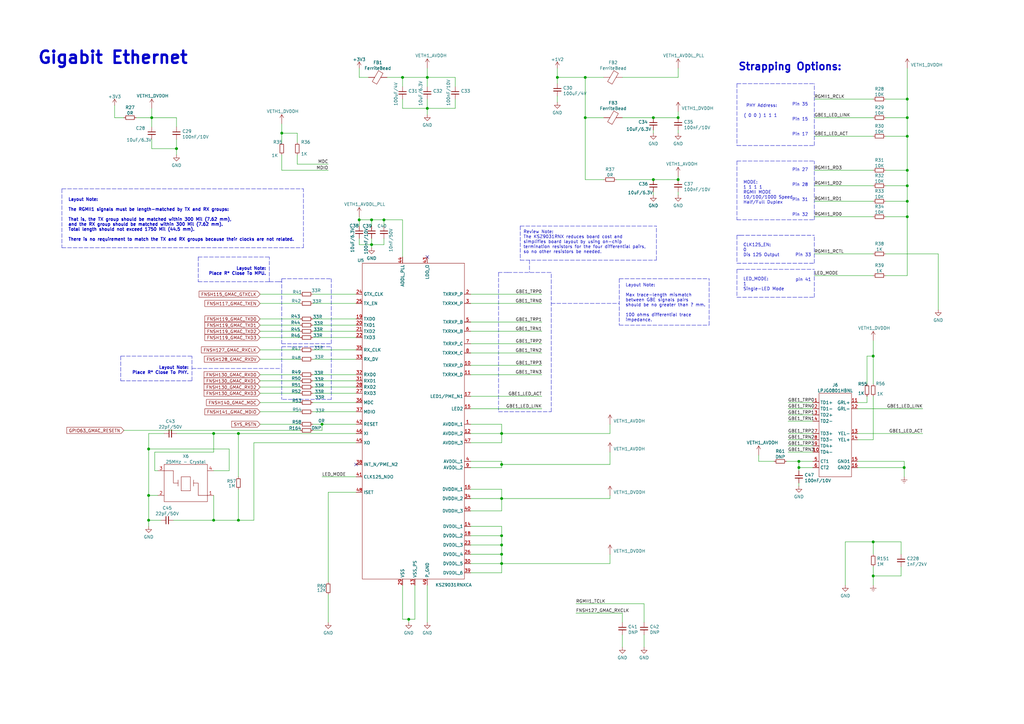
<source format=kicad_sch>
(kicad_sch (version 20210126) (generator eeschema)
  (paper "A3")
  (title_block (title "Beagle V") (date "2021-06-11") (rev "v0.7"))
  (junction (at 60.96 184.15) (diameter 1.016))
  (junction (at 60.96 203.2) (diameter 1.016))
  (junction (at 60.96 213.36) (diameter 1.016))
  (junction (at 62.23 48.26) (diameter 1.016))
  (junction (at 72.39 60.96) (diameter 1.016))
  (junction (at 87.63 177.8) (diameter 1.016))
  (junction (at 87.63 213.36) (diameter 1.016))
  (junction (at 97.79 177.8) (diameter 1.016))
  (junction (at 97.79 213.36) (diameter 1.016))
  (junction (at 115.57 54.61) (diameter 1.016))
  (junction (at 132.08 173.99) (diameter 1.016))
  (junction (at 147.32 90.17) (diameter 1.016))
  (junction (at 152.4 90.17) (diameter 1.016))
  (junction (at 152.4 100.33) (diameter 1.016))
  (junction (at 157.48 90.17) (diameter 1.016))
  (junction (at 165.1 31.75) (diameter 1.016))
  (junction (at 167.64 254) (diameter 1.016))
  (junction (at 175.26 31.75) (diameter 1.016))
  (junction (at 175.26 44.45) (diameter 1.016))
  (junction (at 205.74 177.8) (diameter 1.016))
  (junction (at 205.74 190.5) (diameter 1.016))
  (junction (at 205.74 204.47) (diameter 1.016))
  (junction (at 205.74 219.71) (diameter 1.016))
  (junction (at 205.74 223.52) (diameter 1.016))
  (junction (at 205.74 227.33) (diameter 1.016))
  (junction (at 205.74 231.14) (diameter 1.016))
  (junction (at 228.6 31.75) (diameter 1.016))
  (junction (at 240.03 31.75) (diameter 1.016))
  (junction (at 240.03 48.26) (diameter 1.016))
  (junction (at 267.97 48.26) (diameter 1.016))
  (junction (at 267.97 73.66) (diameter 1.016))
  (junction (at 278.13 48.26) (diameter 1.016))
  (junction (at 278.13 73.66) (diameter 1.016))
  (junction (at 327.66 189.23) (diameter 1.016))
  (junction (at 327.66 191.77) (diameter 1.016))
  (junction (at 358.14 146.05) (diameter 1.016))
  (junction (at 358.14 222.25) (diameter 1.016))
  (junction (at 358.14 236.22) (diameter 1.016))
  (junction (at 370.84 191.77) (diameter 1.016))
  (junction (at 372.11 40.64) (diameter 1.016))
  (junction (at 372.11 48.26) (diameter 1.016))
  (junction (at 372.11 55.88) (diameter 1.016))
  (junction (at 372.11 69.85) (diameter 1.016))
  (junction (at 372.11 76.2) (diameter 1.016))
  (junction (at 372.11 82.55) (diameter 1.016))
  (junction (at 372.11 88.9) (diameter 1.016))
  (no_connect (at 146.05 190.5))
  (no_connect (at 175.26 105.41))
  (wire (pts (xy 46.99 43.18) (xy 46.99 48.26)))
  (wire (pts (xy 50.8 48.26) (xy 46.99 48.26)))
  (wire (pts (xy 50.8 176.53) (xy 123.19 176.53)))
  (wire (pts (xy 55.88 48.26) (xy 62.23 48.26)))
  (wire (pts (xy 60.96 177.8) (xy 67.31 177.8)))
  (wire (pts (xy 60.96 184.15) (xy 60.96 177.8)))
  (wire (pts (xy 60.96 184.15) (xy 60.96 203.2)))
  (wire (pts (xy 60.96 203.2) (xy 60.96 213.36)))
  (wire (pts (xy 60.96 203.2) (xy 64.77 203.2)))
  (wire (pts (xy 60.96 213.36) (xy 60.96 215.9)))
  (wire (pts (xy 60.96 213.36) (xy 66.04 213.36)))
  (wire (pts (xy 62.23 44.45) (xy 62.23 48.26)))
  (wire (pts (xy 62.23 48.26) (xy 62.23 52.07)))
  (wire (pts (xy 62.23 48.26) (xy 72.39 48.26)))
  (wire (pts (xy 62.23 57.15) (xy 62.23 60.96)))
  (wire (pts (xy 62.23 60.96) (xy 72.39 60.96)))
  (wire (pts (xy 63.5 185.42) (xy 87.63 185.42)))
  (wire (pts (xy 63.5 193.04) (xy 63.5 185.42)))
  (wire (pts (xy 64.77 193.04) (xy 63.5 193.04)))
  (wire (pts (xy 71.12 213.36) (xy 87.63 213.36)))
  (wire (pts (xy 72.39 48.26) (xy 72.39 52.07)))
  (wire (pts (xy 72.39 57.15) (xy 72.39 60.96)))
  (wire (pts (xy 72.39 60.96) (xy 72.39 63.5)))
  (wire (pts (xy 72.39 177.8) (xy 87.63 177.8)))
  (wire (pts (xy 87.63 177.8) (xy 97.79 177.8)))
  (wire (pts (xy 87.63 185.42) (xy 87.63 177.8)))
  (wire (pts (xy 87.63 193.04) (xy 93.98 193.04)))
  (wire (pts (xy 87.63 203.2) (xy 87.63 213.36)))
  (wire (pts (xy 87.63 213.36) (xy 97.79 213.36)))
  (wire (pts (xy 93.98 184.15) (xy 60.96 184.15)))
  (wire (pts (xy 93.98 193.04) (xy 93.98 184.15)))
  (wire (pts (xy 97.79 177.8) (xy 146.05 177.8)))
  (wire (pts (xy 97.79 195.58) (xy 97.79 177.8)))
  (wire (pts (xy 97.79 213.36) (xy 97.79 200.66)))
  (wire (pts (xy 97.79 213.36) (xy 104.14 213.36)))
  (wire (pts (xy 104.14 181.61) (xy 146.05 181.61)))
  (wire (pts (xy 104.14 213.36) (xy 104.14 181.61)))
  (wire (pts (xy 106.68 120.65) (xy 123.19 120.65)))
  (wire (pts (xy 106.68 124.46) (xy 123.19 124.46)))
  (wire (pts (xy 106.68 130.81) (xy 123.19 130.81)))
  (wire (pts (xy 106.68 133.35) (xy 123.19 133.35)))
  (wire (pts (xy 106.68 135.89) (xy 123.19 135.89)))
  (wire (pts (xy 106.68 138.43) (xy 123.19 138.43)))
  (wire (pts (xy 106.68 143.51) (xy 123.19 143.51)))
  (wire (pts (xy 106.68 147.32) (xy 123.19 147.32)))
  (wire (pts (xy 106.68 153.67) (xy 123.19 153.67)))
  (wire (pts (xy 106.68 156.21) (xy 123.19 156.21)))
  (wire (pts (xy 106.68 158.75) (xy 123.19 158.75)))
  (wire (pts (xy 106.68 161.29) (xy 123.19 161.29)))
  (wire (pts (xy 106.68 165.1) (xy 123.19 165.1)))
  (wire (pts (xy 106.68 168.91) (xy 123.19 168.91)))
  (wire (pts (xy 106.68 173.99) (xy 123.19 173.99)))
  (wire (pts (xy 115.57 50.8) (xy 115.57 54.61)))
  (wire (pts (xy 115.57 54.61) (xy 115.57 58.42)))
  (wire (pts (xy 115.57 63.5) (xy 115.57 69.85)))
  (wire (pts (xy 115.57 69.85) (xy 134.62 69.85)))
  (wire (pts (xy 121.92 54.61) (xy 115.57 54.61)))
  (wire (pts (xy 121.92 58.42) (xy 121.92 54.61)))
  (wire (pts (xy 121.92 63.5) (xy 121.92 67.31)))
  (wire (pts (xy 121.92 67.31) (xy 134.62 67.31)))
  (wire (pts (xy 128.27 120.65) (xy 146.05 120.65)))
  (wire (pts (xy 128.27 124.46) (xy 146.05 124.46)))
  (wire (pts (xy 128.27 130.81) (xy 146.05 130.81)))
  (wire (pts (xy 128.27 133.35) (xy 146.05 133.35)))
  (wire (pts (xy 128.27 135.89) (xy 146.05 135.89)))
  (wire (pts (xy 128.27 138.43) (xy 146.05 138.43)))
  (wire (pts (xy 128.27 143.51) (xy 146.05 143.51)))
  (wire (pts (xy 128.27 147.32) (xy 146.05 147.32)))
  (wire (pts (xy 128.27 153.67) (xy 146.05 153.67)))
  (wire (pts (xy 128.27 156.21) (xy 146.05 156.21)))
  (wire (pts (xy 128.27 158.75) (xy 146.05 158.75)))
  (wire (pts (xy 128.27 161.29) (xy 146.05 161.29)))
  (wire (pts (xy 128.27 165.1) (xy 146.05 165.1)))
  (wire (pts (xy 128.27 168.91) (xy 146.05 168.91)))
  (wire (pts (xy 128.27 173.99) (xy 132.08 173.99)))
  (wire (pts (xy 128.27 176.53) (xy 132.08 176.53)))
  (wire (pts (xy 132.08 173.99) (xy 132.08 176.53)))
  (wire (pts (xy 132.08 173.99) (xy 146.05 173.99)))
  (wire (pts (xy 132.08 195.58) (xy 146.05 195.58)))
  (wire (pts (xy 134.62 201.93) (xy 134.62 238.76)))
  (wire (pts (xy 134.62 243.84) (xy 134.62 255.27)))
  (wire (pts (xy 146.05 201.93) (xy 134.62 201.93)))
  (wire (pts (xy 147.32 27.94) (xy 147.32 31.75)))
  (wire (pts (xy 147.32 88.9) (xy 147.32 90.17)))
  (wire (pts (xy 147.32 90.17) (xy 147.32 92.71)))
  (wire (pts (xy 147.32 97.79) (xy 147.32 100.33)))
  (wire (pts (xy 147.32 100.33) (xy 152.4 100.33)))
  (wire (pts (xy 151.13 31.75) (xy 147.32 31.75)))
  (wire (pts (xy 152.4 90.17) (xy 147.32 90.17)))
  (wire (pts (xy 152.4 90.17) (xy 152.4 92.71)))
  (wire (pts (xy 152.4 97.79) (xy 152.4 100.33)))
  (wire (pts (xy 152.4 100.33) (xy 152.4 101.6)))
  (wire (pts (xy 152.4 100.33) (xy 157.48 100.33)))
  (wire (pts (xy 157.48 90.17) (xy 152.4 90.17)))
  (wire (pts (xy 157.48 90.17) (xy 157.48 92.71)))
  (wire (pts (xy 157.48 100.33) (xy 157.48 97.79)))
  (wire (pts (xy 158.75 31.75) (xy 165.1 31.75)))
  (wire (pts (xy 165.1 31.75) (xy 165.1 35.56)))
  (wire (pts (xy 165.1 31.75) (xy 175.26 31.75)))
  (wire (pts (xy 165.1 40.64) (xy 165.1 44.45)))
  (wire (pts (xy 165.1 44.45) (xy 175.26 44.45)))
  (wire (pts (xy 165.1 90.17) (xy 157.48 90.17)))
  (wire (pts (xy 165.1 105.41) (xy 165.1 90.17)))
  (wire (pts (xy 165.1 240.03) (xy 165.1 254)))
  (wire (pts (xy 165.1 254) (xy 167.64 254)))
  (wire (pts (xy 167.64 254) (xy 167.64 255.27)))
  (wire (pts (xy 167.64 254) (xy 170.18 254)))
  (wire (pts (xy 170.18 254) (xy 170.18 240.03)))
  (wire (pts (xy 175.26 27.94) (xy 175.26 31.75)))
  (wire (pts (xy 175.26 31.75) (xy 175.26 35.56)))
  (wire (pts (xy 175.26 31.75) (xy 186.69 31.75)))
  (wire (pts (xy 175.26 40.64) (xy 175.26 44.45)))
  (wire (pts (xy 175.26 44.45) (xy 175.26 46.99)))
  (wire (pts (xy 175.26 44.45) (xy 186.69 44.45)))
  (wire (pts (xy 175.26 240.03) (xy 175.26 255.27)))
  (wire (pts (xy 186.69 31.75) (xy 186.69 35.56)))
  (wire (pts (xy 186.69 44.45) (xy 186.69 40.64)))
  (wire (pts (xy 193.04 120.65) (xy 222.25 120.65)))
  (wire (pts (xy 193.04 124.46) (xy 222.25 124.46)))
  (wire (pts (xy 193.04 132.08) (xy 222.25 132.08)))
  (wire (pts (xy 193.04 135.89) (xy 222.25 135.89)))
  (wire (pts (xy 193.04 140.97) (xy 222.25 140.97)))
  (wire (pts (xy 193.04 144.78) (xy 222.25 144.78)))
  (wire (pts (xy 193.04 149.86) (xy 222.25 149.86)))
  (wire (pts (xy 193.04 153.67) (xy 222.25 153.67)))
  (wire (pts (xy 193.04 162.56) (xy 222.25 162.56)))
  (wire (pts (xy 193.04 167.64) (xy 222.25 167.64)))
  (wire (pts (xy 193.04 173.99) (xy 205.74 173.99)))
  (wire (pts (xy 193.04 177.8) (xy 205.74 177.8)))
  (wire (pts (xy 193.04 181.61) (xy 205.74 181.61)))
  (wire (pts (xy 193.04 189.23) (xy 205.74 189.23)))
  (wire (pts (xy 193.04 200.66) (xy 205.74 200.66)))
  (wire (pts (xy 193.04 204.47) (xy 205.74 204.47)))
  (wire (pts (xy 193.04 215.9) (xy 205.74 215.9)))
  (wire (pts (xy 193.04 219.71) (xy 205.74 219.71)))
  (wire (pts (xy 193.04 223.52) (xy 205.74 223.52)))
  (wire (pts (xy 193.04 227.33) (xy 205.74 227.33)))
  (wire (pts (xy 193.04 231.14) (xy 205.74 231.14)))
  (wire (pts (xy 193.04 234.95) (xy 205.74 234.95)))
  (wire (pts (xy 205.74 173.99) (xy 205.74 177.8)))
  (wire (pts (xy 205.74 177.8) (xy 205.74 181.61)))
  (wire (pts (xy 205.74 189.23) (xy 205.74 190.5)))
  (wire (pts (xy 205.74 190.5) (xy 205.74 191.77)))
  (wire (pts (xy 205.74 191.77) (xy 193.04 191.77)))
  (wire (pts (xy 205.74 200.66) (xy 205.74 204.47)))
  (wire (pts (xy 205.74 204.47) (xy 205.74 209.55)))
  (wire (pts (xy 205.74 204.47) (xy 250.19 204.47)))
  (wire (pts (xy 205.74 209.55) (xy 193.04 209.55)))
  (wire (pts (xy 205.74 215.9) (xy 205.74 219.71)))
  (wire (pts (xy 205.74 219.71) (xy 205.74 223.52)))
  (wire (pts (xy 205.74 223.52) (xy 205.74 227.33)))
  (wire (pts (xy 205.74 227.33) (xy 205.74 231.14)))
  (wire (pts (xy 205.74 231.14) (xy 205.74 234.95)))
  (wire (pts (xy 228.6 27.94) (xy 228.6 31.75)))
  (wire (pts (xy 228.6 31.75) (xy 228.6 34.29)))
  (wire (pts (xy 228.6 31.75) (xy 240.03 31.75)))
  (wire (pts (xy 228.6 39.37) (xy 228.6 41.91)))
  (wire (pts (xy 236.22 247.65) (xy 264.16 247.65)))
  (wire (pts (xy 236.22 251.46) (xy 255.27 251.46)))
  (wire (pts (xy 240.03 31.75) (xy 247.65 31.75)))
  (wire (pts (xy 240.03 48.26) (xy 240.03 31.75)))
  (wire (pts (xy 240.03 48.26) (xy 240.03 73.66)))
  (wire (pts (xy 240.03 73.66) (xy 247.65 73.66)))
  (wire (pts (xy 247.65 48.26) (xy 240.03 48.26)))
  (wire (pts (xy 250.19 173.99) (xy 250.19 177.8)))
  (wire (pts (xy 250.19 177.8) (xy 205.74 177.8)))
  (wire (pts (xy 250.19 185.42) (xy 250.19 190.5)))
  (wire (pts (xy 250.19 190.5) (xy 205.74 190.5)))
  (wire (pts (xy 250.19 203.2) (xy 250.19 204.47)))
  (wire (pts (xy 250.19 227.33) (xy 250.19 231.14)))
  (wire (pts (xy 250.19 231.14) (xy 205.74 231.14)))
  (wire (pts (xy 252.73 73.66) (xy 267.97 73.66)))
  (wire (pts (xy 255.27 31.75) (xy 278.13 31.75)))
  (wire (pts (xy 255.27 48.26) (xy 267.97 48.26)))
  (wire (pts (xy 255.27 255.27) (xy 255.27 251.46)))
  (wire (pts (xy 255.27 260.35) (xy 255.27 265.43)))
  (wire (pts (xy 264.16 255.27) (xy 264.16 247.65)))
  (wire (pts (xy 264.16 260.35) (xy 264.16 265.43)))
  (wire (pts (xy 267.97 48.26) (xy 278.13 48.26)))
  (wire (pts (xy 267.97 54.61) (xy 267.97 53.34)))
  (wire (pts (xy 267.97 73.66) (xy 278.13 73.66)))
  (wire (pts (xy 267.97 80.01) (xy 267.97 78.74)))
  (wire (pts (xy 278.13 27.94) (xy 278.13 31.75)))
  (wire (pts (xy 278.13 45.72) (xy 278.13 48.26)))
  (wire (pts (xy 278.13 54.61) (xy 278.13 53.34)))
  (wire (pts (xy 278.13 72.39) (xy 278.13 73.66)))
  (wire (pts (xy 278.13 80.01) (xy 278.13 78.74)))
  (wire (pts (xy 311.15 186.69) (xy 311.15 189.23)))
  (wire (pts (xy 317.5 189.23) (xy 311.15 189.23)))
  (wire (pts (xy 322.58 189.23) (xy 327.66 189.23)))
  (wire (pts (xy 323.215 165.1) (xy 333.375 165.1)))
  (wire (pts (xy 323.215 167.64) (xy 333.375 167.64)))
  (wire (pts (xy 323.215 170.18) (xy 333.375 170.18)))
  (wire (pts (xy 323.215 172.72) (xy 333.375 172.72)))
  (wire (pts (xy 323.215 177.8) (xy 333.375 177.8)))
  (wire (pts (xy 323.215 180.34) (xy 333.375 180.34)))
  (wire (pts (xy 323.215 182.88) (xy 333.375 182.88)))
  (wire (pts (xy 323.215 185.42) (xy 333.375 185.42)))
  (wire (pts (xy 327.66 189.23) (xy 327.66 191.77)))
  (wire (pts (xy 327.66 189.23) (xy 333.375 189.23)))
  (wire (pts (xy 327.66 193.04) (xy 327.66 191.77)))
  (wire (pts (xy 327.66 198.12) (xy 327.66 199.39)))
  (wire (pts (xy 333.375 191.77) (xy 327.66 191.77)))
  (wire (pts (xy 334.01 40.64) (xy 358.14 40.64)))
  (wire (pts (xy 334.01 48.26) (xy 358.14 48.26)))
  (wire (pts (xy 334.01 55.88) (xy 358.14 55.88)))
  (wire (pts (xy 334.01 69.85) (xy 358.14 69.85)))
  (wire (pts (xy 334.01 76.2) (xy 358.14 76.2)))
  (wire (pts (xy 334.01 82.55) (xy 358.14 82.55)))
  (wire (pts (xy 334.01 88.9) (xy 358.14 88.9)))
  (wire (pts (xy 334.01 104.14) (xy 358.14 104.14)))
  (wire (pts (xy 334.01 113.03) (xy 358.14 113.03)))
  (wire (pts (xy 346.71 222.25) (xy 346.71 240.03)))
  (wire (pts (xy 351.79 165.1) (xy 355.6 165.1)))
  (wire (pts (xy 351.79 167.64) (xy 378.46 167.64)))
  (wire (pts (xy 351.79 177.8) (xy 378.46 177.8)))
  (wire (pts (xy 351.79 180.34) (xy 358.14 180.34)))
  (wire (pts (xy 351.79 189.23) (xy 370.84 189.23)))
  (wire (pts (xy 355.6 146.05) (xy 358.14 146.05)))
  (wire (pts (xy 355.6 157.48) (xy 355.6 146.05)))
  (wire (pts (xy 355.6 162.56) (xy 355.6 165.1)))
  (wire (pts (xy 358.14 139.7) (xy 358.14 146.05)))
  (wire (pts (xy 358.14 146.05) (xy 358.14 157.48)))
  (wire (pts (xy 358.14 162.56) (xy 358.14 180.34)))
  (wire (pts (xy 358.14 222.25) (xy 346.71 222.25)))
  (wire (pts (xy 358.14 222.25) (xy 358.14 227.33)))
  (wire (pts (xy 358.14 232.41) (xy 358.14 236.22)))
  (wire (pts (xy 358.14 236.22) (xy 358.14 240.03)))
  (wire (pts (xy 363.22 40.64) (xy 372.11 40.64)))
  (wire (pts (xy 363.22 48.26) (xy 372.11 48.26)))
  (wire (pts (xy 363.22 55.88) (xy 372.11 55.88)))
  (wire (pts (xy 363.22 69.85) (xy 372.11 69.85)))
  (wire (pts (xy 363.22 76.2) (xy 372.11 76.2)))
  (wire (pts (xy 363.22 82.55) (xy 372.11 82.55)))
  (wire (pts (xy 363.22 88.9) (xy 372.11 88.9)))
  (wire (pts (xy 363.22 104.14) (xy 384.81 104.14)))
  (wire (pts (xy 363.22 113.03) (xy 372.11 113.03)))
  (wire (pts (xy 369.57 222.25) (xy 358.14 222.25)))
  (wire (pts (xy 369.57 227.33) (xy 369.57 222.25)))
  (wire (pts (xy 369.57 232.41) (xy 369.57 236.22)))
  (wire (pts (xy 369.57 236.22) (xy 358.14 236.22)))
  (wire (pts (xy 370.84 189.23) (xy 370.84 191.77)))
  (wire (pts (xy 370.84 191.77) (xy 351.79 191.77)))
  (wire (pts (xy 370.84 191.77) (xy 370.84 195.58)))
  (wire (pts (xy 372.11 27.94) (xy 372.11 40.64)))
  (wire (pts (xy 372.11 48.26) (xy 372.11 40.64)))
  (wire (pts (xy 372.11 55.88) (xy 372.11 48.26)))
  (wire (pts (xy 372.11 69.85) (xy 372.11 55.88)))
  (wire (pts (xy 372.11 76.2) (xy 372.11 69.85)))
  (wire (pts (xy 372.11 82.55) (xy 372.11 76.2)))
  (wire (pts (xy 372.11 88.9) (xy 372.11 82.55)))
  (wire (pts (xy 372.11 113.03) (xy 372.11 88.9)))
  (wire (pts (xy 384.81 104.14) (xy 384.81 127)))
  (polyline (pts (xy 25.4 77.47) (xy 25.4 101.6)) (stroke (width 0) (type dash)))
  (polyline (pts (xy 25.4 77.47) (xy 124.46 77.47)) (stroke (width 0) (type dash)))
  (polyline (pts (xy 25.4 101.6) (xy 124.46 101.6)) (stroke (width 0) (type dash)))
  (polyline (pts (xy 49.53 146.05) (xy 49.53 156.21)) (stroke (width 0) (type dash)))
  (polyline (pts (xy 49.53 146.05) (xy 78.74 146.05)) (stroke (width 0) (type dash)))
  (polyline (pts (xy 49.53 156.21) (xy 78.74 156.21)) (stroke (width 0) (type dash)))
  (polyline (pts (xy 78.74 151.13) (xy 115.57 151.13)) (stroke (width 0.1524) (type dash)))
  (polyline (pts (xy 78.74 156.21) (xy 78.74 146.05)) (stroke (width 0) (type dash)))
  (polyline (pts (xy 81.28 105.41) (xy 81.28 115.57)) (stroke (width 0) (type dash)))
  (polyline (pts (xy 81.28 105.41) (xy 110.49 105.41)) (stroke (width 0) (type dash)))
  (polyline (pts (xy 81.28 115.57) (xy 110.49 115.57)) (stroke (width 0) (type dash)))
  (polyline (pts (xy 110.49 115.57) (xy 110.49 105.41)) (stroke (width 0) (type dash)))
  (polyline (pts (xy 110.49 115.57) (xy 114.3 115.57)) (stroke (width 0) (type dash)))
  (polyline (pts (xy 114.3 115.57) (xy 115.57 115.57)) (stroke (width 0.1524) (type dash)))
  (polyline (pts (xy 115.57 114.3) (xy 115.57 140.97)) (stroke (width 0) (type dash)))
  (polyline (pts (xy 115.57 114.3) (xy 135.89 114.3)) (stroke (width 0) (type dash)))
  (polyline (pts (xy 115.57 140.97) (xy 135.89 140.97)) (stroke (width 0) (type dash)))
  (polyline (pts (xy 115.57 142.24) (xy 115.57 163.83)) (stroke (width 0) (type dash)))
  (polyline (pts (xy 115.57 142.24) (xy 135.89 142.24)) (stroke (width 0) (type dash)))
  (polyline (pts (xy 124.46 101.6) (xy 124.46 77.47)) (stroke (width 0) (type dash)))
  (polyline (pts (xy 135.89 140.97) (xy 135.89 114.3)) (stroke (width 0) (type dash)))
  (polyline (pts (xy 135.89 142.24) (xy 135.89 163.83)) (stroke (width 0) (type dash)))
  (polyline (pts (xy 135.89 163.83) (xy 115.57 163.83)) (stroke (width 0) (type dash)))
  (polyline (pts (xy 204.47 111.76) (xy 204.47 168.91)) (stroke (width 0) (type dash)))
  (polyline (pts (xy 204.47 168.91) (xy 226.06 168.91)) (stroke (width 0) (type dash)))
  (polyline (pts (xy 208.28 111.76) (xy 204.47 111.76)) (stroke (width 0) (type dash)))
  (polyline (pts (xy 208.28 111.76) (xy 226.06 111.76)) (stroke (width 0) (type dash)))
  (polyline (pts (xy 213.36 92.71) (xy 213.36 106.68)) (stroke (width 0) (type dash)))
  (polyline (pts (xy 213.36 92.71) (xy 269.24 92.71)) (stroke (width 0) (type dash)))
  (polyline (pts (xy 213.36 106.68) (xy 269.24 106.68)) (stroke (width 0) (type dash)))
  (polyline (pts (xy 217.17 106.68) (xy 217.17 111.76)) (stroke (width 0) (type dash)))
  (polyline (pts (xy 226.06 124.46) (xy 254 124.46)) (stroke (width 0) (type dash)))
  (polyline (pts (xy 226.06 168.91) (xy 226.06 111.76)) (stroke (width 0) (type dash)))
  (polyline (pts (xy 254 114.3) (xy 254 133.35)) (stroke (width 0) (type dash)))
  (polyline (pts (xy 254 114.3) (xy 290.83 114.3)) (stroke (width 0) (type dash)))
  (polyline (pts (xy 254 133.35) (xy 290.83 133.35)) (stroke (width 0) (type dash)))
  (polyline (pts (xy 269.24 106.68) (xy 269.24 92.71)) (stroke (width 0) (type dash)))
  (polyline (pts (xy 290.83 133.35) (xy 290.83 114.3)) (stroke (width 0) (type dash)))
  (polyline (pts (xy 302.26 34.29) (xy 302.26 59.69)) (stroke (width 0) (type dash)))
  (polyline (pts (xy 302.26 34.29) (xy 334.01 34.29)) (stroke (width 0) (type dash)))
  (polyline (pts (xy 302.26 59.69) (xy 334.01 59.69)) (stroke (width 0) (type dash)))
  (polyline (pts (xy 302.26 66.04) (xy 302.26 90.17)) (stroke (width 0) (type dash)))
  (polyline (pts (xy 302.26 66.04) (xy 334.01 66.04)) (stroke (width 0) (type dash)))
  (polyline (pts (xy 302.26 90.17) (xy 334.01 90.17)) (stroke (width 0) (type dash)))
  (polyline (pts (xy 302.26 96.52) (xy 302.26 107.95)) (stroke (width 0) (type dash)))
  (polyline (pts (xy 302.26 96.52) (xy 303.53 96.52)) (stroke (width 0) (type dash)))
  (polyline (pts (xy 302.26 107.95) (xy 334.01 107.95)) (stroke (width 0) (type dash)))
  (polyline (pts (xy 302.26 110.49) (xy 302.26 121.92)) (stroke (width 0) (type dash)))
  (polyline (pts (xy 302.26 110.49) (xy 303.53 110.49)) (stroke (width 0) (type dash)))
  (polyline (pts (xy 302.26 121.92) (xy 334.01 121.92)) (stroke (width 0) (type dash)))
  (polyline (pts (xy 303.53 96.52) (xy 334.01 96.52)) (stroke (width 0) (type dash)))
  (polyline (pts (xy 303.53 110.49) (xy 334.01 110.49)) (stroke (width 0) (type dash)))
  (polyline (pts (xy 334.01 59.69) (xy 334.01 34.29)) (stroke (width 0) (type dash)))
  (polyline (pts (xy 334.01 90.17) (xy 334.01 66.04)) (stroke (width 0) (type dash)))
  (polyline (pts (xy 334.01 107.95) (xy 334.01 96.52)) (stroke (width 0) (type dash)))
  (polyline (pts (xy 334.01 121.92) (xy 334.01 110.49)) (stroke (width 0) (type dash)))
  (text "Layout Note:\n\nThe RGMII1 signals must be length-matched by TX and RX groups:\n\nThat is, the TX group should be matched within 300 Mil (7.62 mm),\nand the RX group should be matched within 300 Mil (7.62 mm).\nTotal length should not exceed 1750 Mil (44.5 mm).\n\nThere is no requirement to match the TX and RX groups because their clocks are not related." (at 27.94 99.06 0) (effects (font (size 1.27 1.27) (thickness 0.254) bold) (justify left bottom)))
  (text "Gigabit Ethernet" (at 77.47 26.67 180) (effects (font (size 5 5) (thickness 1) bold) (justify right bottom)))
  (text "Layout Note:\nPlace R* Close To PHY." (at 77.47 153.67 180) (effects (font (size 1.27 1.27) (thickness 0.254) bold) (justify right bottom)))
  (text "Layout Note:\nPlace R* Close To MPU." (at 109.22 113.03 180) (effects (font (size 1.27 1.27) (thickness 0.254) bold) (justify right bottom)))
  (text "Review Note:\nThe KSZ9031RNX reduces board cost and\nsimplifies board layout by using on-chip\ntermination resistors for the four differential pairs,\nso no other resistors be needed." (at 214.63 104.14 0) (effects (font (size 1.27 1.27)) (justify left bottom)))
  (text "Layout Note:\n\nMax trace-length mismatch\nbetween GBE signals pairs\nshould be no greater than ? mm.\n\n100 ohms differential trace\nimpedance." (at 256.54 132.08 0) (effects (font (size 1.27 1.27)) (justify left bottom)))
  (text "MODE:\n1 1 1 1\nRGMII MODE\n10/100/1000 Speed\nHalf/Full Duplex" (at 304.8 83.82 0) (effects (font (size 1.27 1.27)) (justify left bottom)))
  (text "CLK125_EN:\n0\nDis 125 Output" (at 304.8 105.41 0) (effects (font (size 1.27 1.27)) (justify left bottom)))
  (text "LED_MODE:\n1\nSingle-LED Mode" (at 304.8 119.38 0) (effects (font (size 1.27 1.27)) (justify left bottom)))
  (text "PHY Address:\n\n( 0 0 ) 1 1 1" (at 318.77 48.26 180) (effects (font (size 1.27 1.27)) (justify right bottom)))
  (text "Pin 35\n\n\nPin 15\n\n\nPin 17\n" (at 331.47 55.88 180) (effects (font (size 1.27 1.27)) (justify right bottom)))
  (text "Pin 27\n\n\nPin 28\n\n\nPin 31\n\n\nPin 32" (at 331.47 88.9 180) (effects (font (size 1.27 1.27)) (justify right bottom)))
  (text "Pin 33" (at 332.74 105.41 180) (effects (font (size 1.27 1.27)) (justify right bottom)))
  (text "pin 41\n" (at 332.74 115.57 180) (effects (font (size 1.27 1.27)) (justify right bottom)))
  (text "Strapping Options:" (at 345.44 29.21 180) (effects (font (size 3 3) (thickness 0.6) bold) (justify right bottom)))
  (label "LED_MODE" (at 132.08 195.58 0))
  (label "MDC" (at 134.62 67.31 180))
  (label "MDIO" (at 134.62 69.85 180))
  (label "GBE1_TRP0" (at 222.25 120.65 180))
  (label "GBE1_TRN0" (at 222.25 124.46 180))
  (label "GBE1_TRP1" (at 222.25 132.08 180))
  (label "GBE1_TRN1" (at 222.25 135.89 180))
  (label "GBE1_TRP2" (at 222.25 140.97 180))
  (label "GBE1_TRN2" (at 222.25 144.78 180))
  (label "GBE1_TRP3" (at 222.25 149.86 180))
  (label "GBE1_TRN3" (at 222.25 153.67 180))
  (label "GBE1_LED_ACT" (at 222.25 162.56 180))
  (label "GBE1_LED_LINK" (at 222.25 167.64 180))
  (label "RGMII1_TCLK" (at 236.22 247.65 0))
  (label "FNSH127_GMAC_RXCLK" (at 236.22 251.46 0))
  (label "GBE1_TRP0" (at 323.215 165.1 0))
  (label "GBE1_TRN0" (at 323.215 167.64 0))
  (label "GBE1_TRP1" (at 323.215 170.18 0))
  (label "GBE1_TRN1" (at 323.215 172.72 0))
  (label "GBE1_TRP2" (at 323.215 177.8 0))
  (label "GBE1_TRN2" (at 323.215 180.34 0))
  (label "GBE1_TRP3" (at 323.215 182.88 0))
  (label "GBE1_TRN3" (at 323.215 185.42 0))
  (label "RGMII1_RCLK" (at 334.01 40.64 0))
  (label "GBE1_LED_LINK" (at 334.01 48.26 0))
  (label "GBE1_LED_ACT" (at 334.01 55.88 0))
  (label "RGMII1_RD3" (at 334.01 69.85 0))
  (label "RGMII1_RD2" (at 334.01 76.2 0))
  (label "RGMII1_RD1" (at 334.01 82.55 0))
  (label "RGMII1_RD0" (at 334.01 88.9 0))
  (label "RGMII1_RCTL" (at 334.01 104.14 0))
  (label "LED_MODE" (at 334.01 113.03 0))
  (label "GBE1_LED_LINK" (at 378.46 167.64 180))
  (label "GBE1_LED_ACT" (at 378.46 177.8 180))
  (global_label "GPIO63_GMAC_RESETN" (shape input) (at 50.8 176.53 180) (property "Intersheet References" "${INTERSHEET_REFS}" (effects hide)))
  (global_label "FNSH115_GMAC_GTXCLK" (shape input) (at 106.68 120.65 180) (property "Intersheet References" "${INTERSHEET_REFS}" (effects hide)))
  (global_label "FNSH117_GMAC_TXEN" (shape input) (at 106.68 124.46 180) (property "Intersheet References" "${INTERSHEET_REFS}" (effects hide)))
  (global_label "FNSH119_GMAC_TXD0" (shape input) (at 106.68 130.81 180) (property "Intersheet References" "${INTERSHEET_REFS}" (effects hide)))
  (global_label "FNSH119_GMAC_TXD1" (shape input) (at 106.68 133.35 180) (property "Intersheet References" "${INTERSHEET_REFS}" (effects hide)))
  (global_label "FNSH119_GMAC_TXD2" (shape input) (at 106.68 135.89 180) (property "Intersheet References" "${INTERSHEET_REFS}" (effects hide)))
  (global_label "FNSH119_GMAC_TXD3" (shape input) (at 106.68 138.43 180) (property "Intersheet References" "${INTERSHEET_REFS}" (effects hide)))
  (global_label "FNSH127_GMAC_RXCLK" (shape input) (at 106.68 143.51 180) (property "Intersheet References" "${INTERSHEET_REFS}" (effects hide)))
  (global_label "FNSH128_GMAC_RXDV" (shape input) (at 106.68 147.32 180) (property "Intersheet References" "${INTERSHEET_REFS}" (effects hide)))
  (global_label "FNSH130_GMAC_RXD0" (shape input) (at 106.68 153.67 180) (property "Intersheet References" "${INTERSHEET_REFS}" (effects hide)))
  (global_label "FNSH130_GMAC_RXD1" (shape input) (at 106.68 156.21 180) (property "Intersheet References" "${INTERSHEET_REFS}" (effects hide)))
  (global_label "FNSH130_GMAC_RXD2" (shape input) (at 106.68 158.75 180) (property "Intersheet References" "${INTERSHEET_REFS}" (effects hide)))
  (global_label "FNSH130_GMAC_RXD3" (shape input) (at 106.68 161.29 180) (property "Intersheet References" "${INTERSHEET_REFS}" (effects hide)))
  (global_label "FNSH140_GMAC_MDC" (shape input) (at 106.68 165.1 180) (property "Intersheet References" "${INTERSHEET_REFS}" (effects hide)))
  (global_label "FNSH141_GMAC_MDIO" (shape input) (at 106.68 168.91 180) (property "Intersheet References" "${INTERSHEET_REFS}" (effects hide)))
  (global_label "SYS_RSTN" (shape input) (at 106.68 173.99 180) (property "Intersheet References" "${INTERSHEET_REFS}" (effects hide)))
  (symbol (lib_id "power:+3V3") (at 46.99 43.18 0) (unit 1)
    (property "Reference" "#PWR0520" (effects hide))
    (property "Value" "+3V3" (at 46.99 39.6326 0))
  )
  (symbol (lib_id "power:+3V3") (at 147.32 27.94 0) (unit 1)
    (property "Reference" "#PWR0517" (effects hide))
    (property "Value" "+3V3" (at 147.32 24.3926 0))
  )
  (symbol (lib_id "power:+1V2") (at 228.6 27.94 0) (unit 1)
    (property "Reference" "#PWR0509" (effects hide))
    (property "Value" "+1V2" (at 228.6 24.3926 0))
  )
  (symbol (lib_id "BeagleV:VETH1_DVDDH") (at 62.23 44.45 0) (unit 1)
    (property "Reference" "#P032" (effects hide))
    (property "Value" "VETH1_DVDDH" (at 56.0071 39.314 0) (effects (justify left)))
  )
  (symbol (lib_id "BeagleV:VETH1_DVDDH") (at 115.57 50.8 0) (unit 1)
    (property "Reference" "#P033" (effects hide))
    (property "Value" "VETH1_DVDDH" (at 109.3471 45.664 0) (effects (justify left)))
  )
  (symbol (lib_id "BeagleV:VETH1_AVDDL_PLL") (at 147.32 88.9 0) (unit 1)
    (property "Reference" "#P034" (effects hide))
    (property "Value" "VETH1_AVDDL_PLL" (at 141.0971 83.764 0) (effects (justify left)))
  )
  (symbol (lib_id "BeagleV:VETH1_AVDDH") (at 175.26 27.94 0) (unit 1)
    (property "Reference" "#P035" (effects hide))
    (property "Value" "VETH1_AVDDH" (at 170.3071 22.804 0) (effects (justify left)))
  )
  (symbol (lib_id "BeagleV:VETH1_AVDDH") (at 250.19 173.99 0) (unit 1)
    (property "Reference" "#P036" (effects hide))
    (property "Value" "VETH1_AVDDH" (at 251.5871 172.664 0) (effects (justify left)))
  )
  (symbol (lib_id "BeagleV:VETH1_AVDDH") (at 250.19 185.42 0) (unit 1)
    (property "Reference" "#P037" (effects hide))
    (property "Value" "VETH1_AVDDH" (at 251.5871 184.094 0) (effects (justify left)))
  )
  (symbol (lib_id "BeagleV:VETH1_DVDDH") (at 250.19 203.2 0) (unit 1)
    (property "Reference" "#P038" (effects hide))
    (property "Value" "VETH1_DVDDH" (at 251.5871 201.874 0) (effects (justify left)))
  )
  (symbol (lib_id "BeagleV:VETH1_DVDDH") (at 250.19 227.33 0) (unit 1)
    (property "Reference" "#P039" (effects hide))
    (property "Value" "VETH1_DVDDH" (at 251.5871 226.004 0) (effects (justify left)))
  )
  (symbol (lib_id "BeagleV:VETH1_AVDDL_PLL") (at 278.13 27.94 0) (unit 1)
    (property "Reference" "#P040" (effects hide))
    (property "Value" "VETH1_AVDDL_PLL" (at 271.9071 22.804 0) (effects (justify left)))
  )
  (symbol (lib_id "BeagleV:VETH1_DVDDH") (at 278.13 45.72 0) (unit 1)
    (property "Reference" "#P041" (effects hide))
    (property "Value" "VETH1_DVDDH" (at 279.5271 44.394 0) (effects (justify left)))
  )
  (symbol (lib_id "BeagleV:VETH1_AVDDH") (at 278.13 72.39 0) (unit 1)
    (property "Reference" "#P042" (effects hide))
    (property "Value" "VETH1_AVDDH" (at 273.1771 67.254 0) (effects (justify left)))
  )
  (symbol (lib_id "BeagleV:VETH1_AVDDH") (at 311.15 186.69 0) (unit 1)
    (property "Reference" "#P043" (effects hide))
    (property "Value" "VETH1_AVDDH" (at 306.1971 181.554 0) (effects (justify left)))
  )
  (symbol (lib_id "BeagleV:VETH1_DVDDH") (at 358.14 139.7 0) (unit 1)
    (property "Reference" "#P044" (effects hide))
    (property "Value" "VETH1_DVDDH" (at 351.9171 134.564 0) (effects (justify left)))
  )
  (symbol (lib_id "BeagleV:VETH1_DVDDH") (at 372.11 27.94 0) (unit 1)
    (property "Reference" "#P045" (effects hide))
    (property "Value" "VETH1_DVDDH" (at 373.5071 26.614 0) (effects (justify left)))
  )
  (symbol (lib_id "power:GND") (at 60.96 215.9 0) (unit 1)
    (property "Reference" "#PWR0508" (effects hide))
    (property "Value" "GND" (at 60.96 220.2244 0))
  )
  (symbol (lib_id "power:GND") (at 72.39 63.5 0) (unit 1)
    (property "Reference" "#PWR0519" (effects hide))
    (property "Value" "GND" (at 72.39 67.8244 0))
  )
  (symbol (lib_id "power:GND") (at 134.62 255.27 0) (unit 1)
    (property "Reference" "#PWR0507" (effects hide))
    (property "Value" "GND" (at 134.62 259.5944 0))
  )
  (symbol (lib_id "power:GND") (at 152.4 101.6 0) (unit 1)
    (property "Reference" "#PWR0516" (effects hide))
    (property "Value" "GND" (at 152.4 105.9244 0))
  )
  (symbol (lib_id "power:GND") (at 167.64 255.27 0) (unit 1)
    (property "Reference" "#PWR0505" (effects hide))
    (property "Value" "GND" (at 167.64 259.5944 0))
  )
  (symbol (lib_id "power:GND") (at 175.26 46.99 0) (unit 1)
    (property "Reference" "#PWR0518" (effects hide))
    (property "Value" "GND" (at 175.26 51.3144 0))
  )
  (symbol (lib_id "power:GND") (at 175.26 255.27 0) (unit 1)
    (property "Reference" "#PWR0506" (effects hide))
    (property "Value" "GND" (at 175.26 259.5944 0))
  )
  (symbol (lib_id "power:GND") (at 228.6 41.91 0) (unit 1)
    (property "Reference" "#PWR0510" (effects hide))
    (property "Value" "GND" (at 228.6 46.2344 0))
  )
  (symbol (lib_id "power:GND") (at 255.27 265.43 0) (unit 1)
    (property "Reference" "#PWR0526" (effects hide))
    (property "Value" "GND" (at 255.27 269.7544 0))
  )
  (symbol (lib_id "power:GND") (at 264.16 265.43 0) (unit 1)
    (property "Reference" "#PWR0525" (effects hide))
    (property "Value" "GND" (at 264.16 269.7544 0))
  )
  (symbol (lib_id "power:GND") (at 267.97 54.61 0) (unit 1)
    (property "Reference" "#PWR0511" (effects hide))
    (property "Value" "GND" (at 267.97 58.9344 0))
  )
  (symbol (lib_id "power:GND") (at 267.97 80.01 0) (unit 1)
    (property "Reference" "#PWR0514" (effects hide))
    (property "Value" "GND" (at 267.97 84.3344 0))
  )
  (symbol (lib_id "power:GND") (at 278.13 54.61 0) (unit 1)
    (property "Reference" "#PWR0512" (effects hide))
    (property "Value" "GND" (at 278.13 58.9344 0))
  )
  (symbol (lib_id "power:GND") (at 278.13 80.01 0) (unit 1)
    (property "Reference" "#PWR0515" (effects hide))
    (property "Value" "GND" (at 278.13 84.3344 0))
  )
  (symbol (lib_id "power:GND") (at 327.66 199.39 0) (unit 1)
    (property "Reference" "#PWR0521" (effects hide))
    (property "Value" "GND" (at 327.66 203.7144 0))
  )
  (symbol (lib_id "power:GND") (at 346.71 240.03 0) (unit 1)
    (property "Reference" "#PWR0524" (effects hide))
    (property "Value" "GND" (at 346.71 244.3544 0))
  )
  (symbol (lib_id "power:Earth") (at 358.14 240.03 0) (unit 1)
    (property "Reference" "#PWR0523" (effects hide))
    (property "Value" "Earth" (effects hide))
  )
  (symbol (lib_id "power:Earth") (at 370.84 195.58 0) (unit 1)
    (property "Reference" "#PWR0522" (effects hide))
    (property "Value" "Earth" (effects hide))
  )
  (symbol (lib_id "power:GND") (at 384.81 127 0) (unit 1)
    (property "Reference" "#PWR0513" (effects hide))
    (property "Value" "GND" (at 384.81 131.3244 0))
  )
  (symbol (lib_id "Device:R_Small") (at 53.34 48.26 90) (unit 1)
    (property "Reference" "R27" (at 53.34 44.0902 90))
    (property "Value" "0R" (at 53.34 46.3889 90))
    (property "Footprint" "Resistor_SMD:R_0402_1005Metric" (effects hide))
  )
  (symbol (lib_id "Device:R_Small") (at 97.79 198.12 180) (unit 1)
    (property "Reference" "R57" (at 96.901 197.358 0) (effects (justify left)))
    (property "Value" "1M" (at 96.52 199.263 0) (effects (justify left)))
    (property "Footprint" "Resistor_SMD:R_0402_1005Metric" (effects hide))
  )
  (symbol (lib_id "Device:R_Small") (at 115.57 60.96 180) (unit 1)
    (property "Reference" "R35" (at 111.9887 58.2941 0) (effects (justify right)))
    (property "Value" "1K" (at 111.3537 63.7678 0) (effects (justify right)))
    (property "Footprint" "Resistor_SMD:R_0402_1005Metric" (effects hide))
  )
  (symbol (lib_id "Device:R_Small") (at 121.92 60.96 180) (unit 1)
    (property "Reference" "R36" (at 123.4187 58.2941 0) (effects (justify right)))
    (property "Value" "1K" (at 123.4187 63.1328 0) (effects (justify right)))
    (property "Footprint" "Resistor_SMD:R_0201_0603Metric" (effects hide))
  )
  (symbol (lib_id "Device:R_Small") (at 125.73 120.65 90) (unit 1)
    (property "Reference" "R41" (at 121.92 119.7822 90))
    (property "Value" "33R" (at 129.667 119.1599 90))
    (property "Footprint" "Resistor_SMD:R_0201_0603Metric" (effects hide))
  )
  (symbol (lib_id "Device:R_Small") (at 125.73 124.46 90) (unit 1)
    (property "Reference" "R42" (at 123.444 123.444 90) (effects (justify left)))
    (property "Value" "33R" (at 131.953 123.571 90) (effects (justify left)))
    (property "Footprint" "Resistor_SMD:R_0201_0603Metric" (effects hide))
  )
  (symbol (lib_id "Device:R_Small") (at 125.73 130.81 90) (unit 1)
    (property "Reference" "R43" (at 123.19 129.794 90) (effects (justify left)))
    (property "Value" "33R" (at 132.207 129.921 90) (effects (justify left)))
    (property "Footprint" "Resistor_SMD:R_0201_0603Metric" (effects hide))
  )
  (symbol (lib_id "Device:R_Small") (at 125.73 133.35 90) (unit 1)
    (property "Reference" "R44" (at 123.19 132.334 90) (effects (justify left)))
    (property "Value" "33R" (at 132.588 132.588 90) (effects (justify left)))
    (property "Footprint" "Resistor_SMD:R_0201_0603Metric" (effects hide))
  )
  (symbol (lib_id "Device:R_Small") (at 125.73 135.89 90) (unit 1)
    (property "Reference" "R45" (at 123.19 135.128 90) (effects (justify left)))
    (property "Value" "33R" (at 132.461 135.128 90) (effects (justify left)))
    (property "Footprint" "Resistor_SMD:R_0201_0603Metric" (effects hide))
  )
  (symbol (lib_id "Device:R_Small") (at 125.73 138.43 90) (unit 1)
    (property "Reference" "R46" (at 123.19 137.668 90) (effects (justify left)))
    (property "Value" "33R" (at 132.334 137.541 90) (effects (justify left)))
    (property "Footprint" "Resistor_SMD:R_0201_0603Metric" (effects hide))
  )
  (symbol (lib_id "Device:R_Small") (at 125.73 143.51 90) (unit 1)
    (property "Reference" "R47" (at 123.444 143.002 90) (effects (justify left)))
    (property "Value" "33R" (at 132.588 142.621 90) (effects (justify left)))
    (property "Footprint" "Resistor_SMD:R_0201_0603Metric" (effects hide))
  )
  (symbol (lib_id "Device:R_Small") (at 125.73 147.32 90) (unit 1)
    (property "Reference" "R48" (at 123.444 146.812 90) (effects (justify left)))
    (property "Value" "33R" (at 132.842 146.431 90) (effects (justify left)))
    (property "Footprint" "Resistor_SMD:R_0201_0603Metric" (effects hide))
  )
  (symbol (lib_id "Device:R_Small") (at 125.73 153.67 90) (unit 1)
    (property "Reference" "R49" (at 123.444 152.654 90) (effects (justify left)))
    (property "Value" "33R" (at 132.715 152.908 90) (effects (justify left)))
    (property "Footprint" "Resistor_SMD:R_0201_0603Metric" (effects hide))
  )
  (symbol (lib_id "Device:R_Small") (at 125.73 156.21 90) (unit 1)
    (property "Reference" "R50" (at 123.444 155.194 90) (effects (justify left)))
    (property "Value" "33R" (at 132.842 155.575 90) (effects (justify left)))
    (property "Footprint" "Resistor_SMD:R_0201_0603Metric" (effects hide))
  )
  (symbol (lib_id "Device:R_Small") (at 125.73 158.75 90) (unit 1)
    (property "Reference" "R51" (at 123.444 157.861 90) (effects (justify left)))
    (property "Value" "33R" (at 132.969 158.115 90) (effects (justify left)))
    (property "Footprint" "Resistor_SMD:R_0201_0603Metric" (effects hide))
  )
  (symbol (lib_id "Device:R_Small") (at 125.73 161.29 90) (unit 1)
    (property "Reference" "R52" (at 123.444 160.528 90) (effects (justify left)))
    (property "Value" "33R" (at 132.969 160.655 90) (effects (justify left)))
    (property "Footprint" "Resistor_SMD:R_0201_0603Metric" (effects hide))
  )
  (symbol (lib_id "Device:R_Small") (at 125.73 165.1 90) (unit 1)
    (property "Reference" "R53" (at 123.698 164.338 90) (effects (justify left)))
    (property "Value" "33R" (at 133.096 162.941 90) (effects (justify left)))
    (property "Footprint" "Resistor_SMD:R_0201_0603Metric" (effects hide))
  )
  (symbol (lib_id "Device:R_Small") (at 125.73 168.91 90) (unit 1)
    (property "Reference" "R54" (at 123.825 168.021 90) (effects (justify left)))
    (property "Value" "33R" (at 133.223 168.402 90) (effects (justify left)))
    (property "Footprint" "Resistor_SMD:R_0201_0603Metric" (effects hide))
  )
  (symbol (lib_id "Device:R_Small") (at 125.73 173.99 90) (unit 1)
    (property "Reference" "R58" (at 123.698 173.101 90) (effects (justify left)))
    (property "Value" "0R" (at 133.223 172.593 90) (effects (justify left)))
    (property "Footprint" "Resistor_SMD:R_0402_1005Metric" (effects hide))
  )
  (symbol (lib_id "Device:R_Small") (at 125.73 176.53 90) (unit 1)
    (property "Reference" "R164" (at 123.571 175.641 90) (effects (justify left)))
    (property "Value" "DNP" (at 131.826 175.514 90) (effects (justify left)))
    (property "Footprint" "Resistor_SMD:R_0402_1005Metric" (effects hide))
  )
  (symbol (lib_id "Device:R_Small") (at 134.62 241.3 180) (unit 1)
    (property "Reference" "R60" (at 133.858 240.284 0) (effects (justify left)))
    (property "Value" "12K" (at 133.858 242.062 0) (effects (justify left)))
    (property "Footprint" "Resistor_SMD:R_0402_1005Metric" (effects hide))
  )
  (symbol (lib_id "Device:R_Small") (at 250.19 73.66 90) (unit 1)
    (property "Reference" "R37" (at 250.19 69.4902 90))
    (property "Value" "0R" (at 250.19 71.7889 90))
    (property "Footprint" "Resistor_SMD:R_0402_1005Metric" (effects hide))
  )
  (symbol (lib_id "Device:R_Small") (at 320.04 189.23 90) (unit 1)
    (property "Reference" "R61" (at 320.04 185.0602 90))
    (property "Value" "DNP" (at 320.04 187.3589 90))
    (property "Footprint" "Resistor_SMD:R_0402_1005Metric" (effects hide))
  )
  (symbol (lib_id "Device:R_Small") (at 355.6 160.02 0) (unit 1)
    (property "Reference" "R55" (at 351.8917 157.4811 0) (effects (justify left)))
    (property "Value" "1K" (at 351.8917 161.3038 0) (effects (justify left)))
    (property "Footprint" "Resistor_SMD:R_0402_1005Metric" (effects hide))
  )
  (symbol (lib_id "Device:R_Small") (at 358.14 160.02 0) (unit 1)
    (property "Reference" "R56" (at 359.1307 157.3541 0) (effects (justify left)))
    (property "Value" "1K" (at 359.6387 161.5578 0) (effects (justify left)))
    (property "Footprint" "Resistor_SMD:R_0402_1005Metric" (effects hide))
  )
  (symbol (lib_id "Device:R_Small") (at 358.14 229.87 0) (unit 1)
    (property "Reference" "R151" (at 359.6387 229.1091 0) (effects (justify left)))
    (property "Value" "1M" (at 359.6387 231.4078 0) (effects (justify left)))
    (property "Footprint" "Resistor_SMD:R_1206_3216Metric" (effects hide))
  )
  (symbol (lib_id "Device:R_Small") (at 360.68 40.64 90) (unit 1)
    (property "Reference" "R28" (at 360.68 36.4702 90))
    (property "Value" "10K" (at 360.68 38.7689 90))
    (property "Footprint" "Resistor_SMD:R_0201_0603Metric" (effects hide))
  )
  (symbol (lib_id "Device:R_Small") (at 360.68 48.26 90) (unit 1)
    (property "Reference" "R29" (at 360.68 44.0902 90))
    (property "Value" "10K" (at 360.68 46.3889 90))
    (property "Footprint" "Resistor_SMD:R_0201_0603Metric" (effects hide))
  )
  (symbol (lib_id "Device:R_Small") (at 360.68 55.88 90) (unit 1)
    (property "Reference" "R30" (at 360.68 51.7102 90))
    (property "Value" "10K" (at 360.68 54.0089 90))
    (property "Footprint" "Resistor_SMD:R_0201_0603Metric" (effects hide))
  )
  (symbol (lib_id "Device:R_Small") (at 360.68 69.85 90) (unit 1)
    (property "Reference" "R31" (at 360.68 65.6802 90))
    (property "Value" "10K" (at 360.68 67.9789 90))
    (property "Footprint" "Resistor_SMD:R_0201_0603Metric" (effects hide))
  )
  (symbol (lib_id "Device:R_Small") (at 360.68 76.2 90) (unit 1)
    (property "Reference" "R32" (at 360.68 72.0302 90))
    (property "Value" "10K" (at 360.68 74.3289 90))
    (property "Footprint" "Resistor_SMD:R_0201_0603Metric" (effects hide))
  )
  (symbol (lib_id "Device:R_Small") (at 360.68 82.55 90) (unit 1)
    (property "Reference" "R33" (at 360.68 78.3802 90))
    (property "Value" "10K" (at 360.68 80.6789 90))
    (property "Footprint" "Resistor_SMD:R_0201_0603Metric" (effects hide))
  )
  (symbol (lib_id "Device:R_Small") (at 360.68 88.9 90) (unit 1)
    (property "Reference" "R34" (at 360.68 84.7302 90))
    (property "Value" "10K" (at 360.68 87.0289 90))
    (property "Footprint" "Resistor_SMD:R_0201_0603Metric" (effects hide))
  )
  (symbol (lib_id "Device:R_Small") (at 360.68 104.14 90) (unit 1)
    (property "Reference" "R38" (at 360.68 99.9702 90))
    (property "Value" "1K" (at 360.68 102.2689 90))
    (property "Footprint" "Resistor_SMD:R_0402_1005Metric" (effects hide))
  )
  (symbol (lib_id "Device:R_Small") (at 360.68 113.03 90) (unit 1)
    (property "Reference" "R39" (at 360.68 108.8602 90))
    (property "Value" "1K" (at 360.68 111.1589 90))
    (property "Footprint" "Resistor_SMD:R_0201_0603Metric" (effects hide))
  )
  (symbol (lib_id "Device:C_Small") (at 62.23 54.61 0) (unit 1)
    (property "Reference" "C28" (at 55.6642 52.5791 0) (effects (justify left)))
    (property "Value" "10uF/6.3V" (at 51.8542 57.4178 0) (effects (justify left)))
    (property "Footprint" "Capacitor_SMD:C_0402_1005Metric" (effects hide))
  )
  (symbol (lib_id "Device:C_Small") (at 68.58 213.36 90) (unit 1)
    (property "Reference" "C45" (at 68.58 208.3647 90))
    (property "Value" "22pF/50V" (at 68.58 210.6634 90))
    (property "Footprint" "Capacitor_SMD:C_0402_1005Metric" (effects hide))
  )
  (symbol (lib_id "Device:C_Small") (at 69.85 177.8 90) (unit 1)
    (property "Reference" "C43" (at 69.85 172.8047 90))
    (property "Value" "22pF/50V" (at 69.85 175.1034 90))
    (property "Footprint" "Capacitor_SMD:C_0402_1005Metric" (effects hide))
  )
  (symbol (lib_id "Device:C_Small") (at 72.39 54.61 0) (unit 1)
    (property "Reference" "C29" (at 74.7142 53.8491 0) (effects (justify left)))
    (property "Value" "100nF/10V" (at 74.7142 56.1478 0) (effects (justify left)))
    (property "Footprint" "Capacitor_SMD:C_0201_0603Metric" (effects hide))
  )
  (symbol (lib_id "Device:C_Small") (at 147.32 95.25 0) (unit 1)
    (property "Reference" "C38" (at 143.2942 92.5841 0) (effects (justify left)))
    (property "Value" "10uF/6.3V" (at 144.5642 103.6458 90) (effects (justify left)))
    (property "Footprint" "Capacitor_SMD:C_0402_1005Metric" (effects hide))
  )
  (symbol (lib_id "Device:C_Small") (at 152.4 95.25 0) (unit 1)
    (property "Reference" "C39" (at 148.6282 92.7111 0) (effects (justify left)))
    (property "Value" "100nF/10V" (at 150.1522 104.4078 90) (effects (justify left)))
    (property "Footprint" "Capacitor_SMD:C_0201_0603Metric" (effects hide))
  )
  (symbol (lib_id "Device:C_Small") (at 157.48 95.25 0) (unit 1)
    (property "Reference" "C40" (at 154.7242 92.7111 0) (effects (justify left)))
    (property "Value" "10nF/50V" (at 160.3122 103.3918 90) (effects (justify left)))
    (property "Footprint" "Capacitor_SMD:C_0402_1005Metric" (effects hide))
  )
  (symbol (lib_id "Device:C_Small") (at 165.1 38.1 0) (unit 1)
    (property "Reference" "C31" (at 167.4242 37.3391 0) (effects (justify left)))
    (property "Value" "100uF/4V" (at 162.3442 43.4478 90) (effects (justify left)))
    (property "Footprint" "Capacitor_SMD:C_0402_1005Metric" (effects hide))
  )
  (symbol (lib_id "Device:C_Small") (at 175.26 38.1 0) (unit 1)
    (property "Reference" "C32" (at 177.5842 37.3391 0) (effects (justify left)))
    (property "Value" "10uF/6.3V" (at 172.5042 43.4478 90) (effects (justify left)))
    (property "Footprint" "Capacitor_SMD:C_0402_1005Metric" (effects hide))
  )
  (symbol (lib_id "Device:C_Small") (at 186.69 38.1 0) (unit 1)
    (property "Reference" "C33" (at 189.0142 37.3391 0) (effects (justify left)))
    (property "Value" "100nF/10V" (at 183.9342 43.4478 90) (effects (justify left)))
    (property "Footprint" "Capacitor_SMD:C_0201_0603Metric" (effects hide))
  )
  (symbol (lib_id "Device:C_Small") (at 228.6 36.83 0) (unit 1)
    (property "Reference" "C30" (at 230.9242 36.0691 0) (effects (justify left)))
    (property "Value" "100uF/4V" (at 230.9242 38.3678 0) (effects (justify left)))
    (property "Footprint" "Capacitor_SMD:C_0402_1005Metric" (effects hide))
  )
  (symbol (lib_id "Device:C_Small") (at 255.27 257.81 0) (unit 1)
    (property "Reference" "C41" (at 257.5942 257.0491 0) (effects (justify left)))
    (property "Value" "DNP" (at 257.5942 259.3478 0) (effects (justify left)))
  )
  (symbol (lib_id "Device:C_Small") (at 264.16 257.81 0) (unit 1)
    (property "Reference" "C42" (at 266.4842 257.0491 0) (effects (justify left)))
    (property "Value" "DNP" (at 266.4842 259.3478 0) (effects (justify left)))
    (property "Footprint" "Capacitor_SMD:C_0402_1005Metric" (effects hide))
  )
  (symbol (lib_id "Device:C_Small") (at 267.97 50.8 0) (unit 1)
    (property "Reference" "C34" (at 261.7852 50.0391 0) (effects (justify left)))
    (property "Value" "10uF/6.3V" (at 256.8322 52.9728 0) (effects (justify left)))
    (property "Footprint" "Capacitor_SMD:C_0402_1005Metric" (effects hide))
  )
  (symbol (lib_id "Device:C_Small") (at 267.97 76.2 0) (unit 1)
    (property "Reference" "C36" (at 261.9122 75.4391 0) (effects (justify left)))
    (property "Value" "10uF/6.3V" (at 257.4672 79.0078 0) (effects (justify left)))
    (property "Footprint" "Capacitor_SMD:C_0402_1005Metric" (effects hide))
  )
  (symbol (lib_id "Device:C_Small") (at 278.13 50.8 0) (unit 1)
    (property "Reference" "C35" (at 280.4542 50.0391 0) (effects (justify left)))
    (property "Value" "100nF/10V" (at 280.4542 52.3378 0) (effects (justify left)))
    (property "Footprint" "Capacitor_SMD:C_0201_0603Metric" (effects hide))
  )
  (symbol (lib_id "Device:C_Small") (at 278.13 76.2 0) (unit 1)
    (property "Reference" "C37" (at 280.4542 75.4391 0) (effects (justify left)))
    (property "Value" "100nF/10V" (at 280.4542 77.7378 0) (effects (justify left)))
    (property "Footprint" "Capacitor_SMD:C_0201_0603Metric" (effects hide))
  )
  (symbol (lib_id "Device:C_Small") (at 327.66 195.58 0) (unit 1)
    (property "Reference" "C47" (at 329.9842 194.8191 0) (effects (justify left)))
    (property "Value" "100nF/10V" (at 329.9842 197.1178 0) (effects (justify left)))
    (property "Footprint" "Capacitor_SMD:C_0402_1005Metric" (effects hide))
  )
  (symbol (lib_id "Device:C_Small") (at 369.57 229.87 0) (unit 1)
    (property "Reference" "C228" (at 371.8942 229.1091 0) (effects (justify left)))
    (property "Value" "1nF/2kV" (at 371.8942 231.4078 0) (effects (justify left)))
    (property "Footprint" "Capacitor_SMD:C_1206_3216Metric" (effects hide))
  )
  (symbol (lib_id "Device:FerriteBead") (at 154.94 31.75 90) (unit 1)
    (property "Reference" "FB1" (at 154.94 25.6752 90))
    (property "Value" "FerriteBead" (at 154.94 27.9739 90))
    (property "Footprint" "Inductor_SMD:L_0402_1005Metric_Pad0.77x0.64mm_HandSolder" (effects hide))
  )
  (symbol (lib_id "Device:FerriteBead") (at 251.46 31.75 90) (unit 1)
    (property "Reference" "FB2" (at 251.46 25.6752 90))
    (property "Value" "FerriteBead" (at 251.46 27.9739 90))
    (property "Footprint" "Inductor_SMD:L_0402_1005Metric_Pad0.77x0.64mm_HandSolder" (effects hide))
  )
  (symbol (lib_id "Device:FerriteBead") (at 251.46 48.26 90) (unit 1)
    (property "Reference" "FB3" (at 251.46 42.1852 90))
    (property "Value" "FerriteBead" (at 251.46 44.4839 90))
    (property "Footprint" "Inductor_SMD:L_0402_1005Metric_Pad0.77x0.64mm_HandSolder" (effects hide))
  )
  (symbol (lib_id "BeagleV:Crystal") (at 76.2 198.12 0) (unit 1)
    (property "Reference" "X6" (at 76.2 187.1176 0))
    (property "Value" "25MHz - Crystal" (at 76.2 189.4163 0))
    (property "Footprint" "BeagleV:SMCE-2520" (effects hide))
  )
  (symbol (lib_id "BeagleV:LPJG0801HBNL") (at 342.9 172.72 0) (unit 1)
    (property "Reference" "J6" (at 342.5825 157.9076 0))
    (property "Value" "LPJG0801HBNL" (at 342.5825 160.2063 0))
    (property "Footprint" "BeagleV:LPJG0801EBNL" (effects hide))
  )
  (symbol (lib_id "BeagleV:KSZ9031RNXCA") (at 170.18 175.26 0) (unit 1)
    (property "Reference" "U5" (at 147.955 106.8028 0))
    (property "Value" "KSZ9031RNXCA" (at 186.055 239.9115 0))
    (property "Footprint" "BeagleV:KSZ9031RNX-QFN-48_EP_7.3x7.3_Pitch0.5mm" (effects hide))
  )
)
</source>
